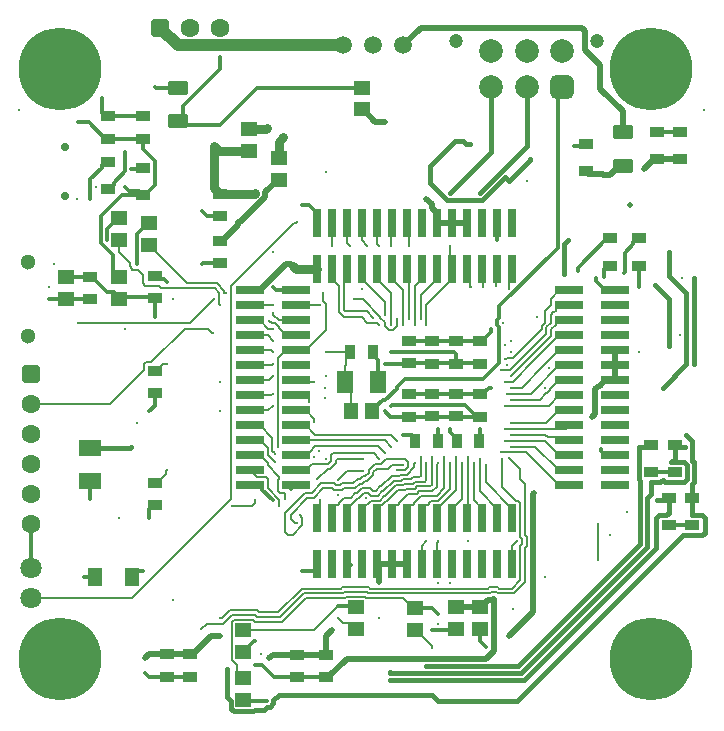
<source format=gbl>
G04*
G04 #@! TF.GenerationSoftware,Altium Limited,Altium Designer,23.11.1 (41)*
G04*
G04 Layer_Physical_Order=4*
G04 Layer_Color=16711680*
%FSLAX44Y44*%
%MOMM*%
G71*
G04*
G04 #@! TF.SameCoordinates,47BC51C5-C70F-4843-9F8A-4785544E9BB8*
G04*
G04*
G04 #@! TF.FilePolarity,Positive*
G04*
G01*
G75*
%ADD15C,0.2000*%
%ADD17R,1.3000X0.9000*%
%ADD18R,0.9000X1.3000*%
%ADD19C,2.0000*%
%ADD20R,1.3500X1.1500*%
%ADD75C,0.3000*%
%ADD76C,0.3810*%
%ADD77C,0.5000*%
%ADD78C,0.8000*%
G04:AMPARAMS|DCode=79|XSize=2mm|YSize=2mm|CornerRadius=0.5mm|HoleSize=0mm|Usage=FLASHONLY|Rotation=90.000|XOffset=0mm|YOffset=0mm|HoleType=Round|Shape=RoundedRectangle|*
%AMROUNDEDRECTD79*
21,1,2.0000,1.0000,0,0,90.0*
21,1,1.0000,2.0000,0,0,90.0*
1,1,1.0000,0.5000,0.5000*
1,1,1.0000,0.5000,-0.5000*
1,1,1.0000,-0.5000,-0.5000*
1,1,1.0000,-0.5000,0.5000*
%
%ADD79ROUNDEDRECTD79*%
%ADD80C,1.2000*%
%ADD81C,7.0000*%
%ADD82C,0.7000*%
%ADD83C,1.5000*%
%ADD84C,1.6000*%
G04:AMPARAMS|DCode=85|XSize=1.6mm|YSize=1.6mm|CornerRadius=0.4mm|HoleSize=0mm|Usage=FLASHONLY|Rotation=0.000|XOffset=0mm|YOffset=0mm|HoleType=Round|Shape=RoundedRectangle|*
%AMROUNDEDRECTD85*
21,1,1.6000,0.8000,0,0,0.0*
21,1,0.8000,1.6000,0,0,0.0*
1,1,0.8000,0.4000,-0.4000*
1,1,0.8000,-0.4000,-0.4000*
1,1,0.8000,-0.4000,0.4000*
1,1,0.8000,0.4000,0.4000*
%
%ADD85ROUNDEDRECTD85*%
G04:AMPARAMS|DCode=86|XSize=1.6mm|YSize=1.6mm|CornerRadius=0.4mm|HoleSize=0mm|Usage=FLASHONLY|Rotation=270.000|XOffset=0mm|YOffset=0mm|HoleType=Round|Shape=RoundedRectangle|*
%AMROUNDEDRECTD86*
21,1,1.6000,0.8000,0,0,270.0*
21,1,0.8000,1.6000,0,0,270.0*
1,1,0.8000,-0.4000,-0.4000*
1,1,0.8000,-0.4000,0.4000*
1,1,0.8000,0.4000,0.4000*
1,1,0.8000,0.4000,-0.4000*
%
%ADD86ROUNDEDRECTD86*%
%ADD87C,1.3000*%
%ADD88C,1.8000*%
%ADD89C,0.3000*%
%ADD90C,0.5000*%
%ADD91R,1.2000X1.6000*%
%ADD92R,1.1500X1.3500*%
%ADD93R,1.4000X1.9500*%
%ADD94R,1.9500X1.4000*%
%ADD95R,0.7500X2.4000*%
%ADD96R,2.4000X0.7500*%
G04:AMPARAMS|DCode=97|XSize=1.75mm|YSize=1.25mm|CornerRadius=0.3125mm|HoleSize=0mm|Usage=FLASHONLY|Rotation=180.000|XOffset=0mm|YOffset=0mm|HoleType=Round|Shape=RoundedRectangle|*
%AMROUNDEDRECTD97*
21,1,1.7500,0.6250,0,0,180.0*
21,1,1.1250,1.2500,0,0,180.0*
1,1,0.6250,-0.5625,0.3125*
1,1,0.6250,0.5625,0.3125*
1,1,0.6250,0.5625,-0.3125*
1,1,0.6250,-0.5625,-0.3125*
%
%ADD97ROUNDEDRECTD97*%
%ADD98C,1.0000*%
D15*
X429800Y364392D02*
Y377750D01*
X432550Y380500D01*
X429469Y364061D02*
X429800Y364392D01*
X429469Y363790D02*
Y364061D01*
X407701Y375551D02*
X409900Y377750D01*
X407701Y364993D02*
Y375551D01*
X397200Y365564D02*
Y377750D01*
Y365564D02*
X397501Y365263D01*
X394450Y380500D02*
X397200Y377750D01*
X397501Y364993D02*
Y365263D01*
X305000Y340000D02*
X310000Y335000D01*
X249500Y273650D02*
X257750D01*
Y260950D02*
X264944Y253756D01*
Y251671D02*
Y253756D01*
X257750Y273650D02*
X260500Y270900D01*
X264944Y251671D02*
X265136Y251480D01*
X260500Y268382D02*
Y270900D01*
Y268382D02*
X260682Y268200D01*
X443300Y155221D02*
Y198799D01*
X439300Y202799D02*
Y210700D01*
Y202799D02*
X443300Y198799D01*
X249809Y419809D02*
X250000Y420000D01*
X194500Y366543D02*
X247766Y419809D01*
X249809D01*
X292850Y402421D02*
X295000Y400271D01*
X292850Y402421D02*
Y419500D01*
X280000Y400000D02*
Y419350D01*
X295000Y400000D02*
Y400271D01*
X443300Y144779D02*
X445000Y146479D01*
X437543Y184500D02*
X439300Y182743D01*
X433699Y106000D02*
X443300Y115601D01*
Y144779D01*
X439300Y153564D02*
Y182743D01*
X445000Y146479D02*
Y153521D01*
X443300Y155221D02*
X445000Y153521D01*
X443929Y225771D02*
X472250Y197450D01*
X298310Y355000D02*
X305864D01*
X184364Y353000D02*
X184500Y353136D01*
X184364Y350907D02*
X185000Y350271D01*
X184500Y353136D02*
Y360500D01*
X160000Y335000D02*
X180000Y355000D01*
X188500Y360000D02*
X190000D01*
X188500D02*
Y362157D01*
X184364Y350907D02*
Y353000D01*
X185000Y350000D02*
Y350271D01*
X182252Y368405D02*
X188500Y362157D01*
X249650Y350000D02*
X270000D01*
X272500Y353864D02*
X275000Y351364D01*
X272500Y353864D02*
Y360000D01*
X305864Y355000D02*
X320500Y340364D01*
X422960Y294804D02*
X430806D01*
X461500Y325498D01*
X431665Y230271D02*
X452129D01*
X472250Y210150D01*
X423462Y225771D02*
X443929D01*
X423796Y196204D02*
Y219364D01*
Y196204D02*
X435500Y184500D01*
X410000Y200300D02*
Y214472D01*
X439300Y210700D02*
Y211127D01*
X429932Y220495D02*
X439300Y211127D01*
X254803Y163439D02*
Y169926D01*
X252524Y172205D02*
Y172476D01*
Y172205D02*
X254803Y169926D01*
X174729Y330000D02*
X178551Y326178D01*
X178822D01*
X155125Y330000D02*
X174729D01*
X335000Y332136D02*
Y338500D01*
X325000Y341364D02*
Y352800D01*
X320500Y339364D02*
Y340364D01*
X330000Y333500D02*
Y360500D01*
X291172Y345000D02*
X309500D01*
X320500Y339364D02*
X324500Y335364D01*
X309500Y345000D02*
X315000Y339500D01*
X318250Y372250D02*
X330000Y360500D01*
X305550Y372250D02*
X325000Y352800D01*
X290000Y346172D02*
X291172Y345000D01*
X318328Y335000D02*
X319828Y333500D01*
X310000Y335000D02*
X318328D01*
X286000Y344515D02*
X290515Y340000D01*
X290100Y354800D02*
Y377750D01*
X324500Y332636D02*
X328136Y329000D01*
X280150Y372250D02*
X286000Y366400D01*
X290000Y354700D02*
X290100Y354800D01*
X324500Y332636D02*
Y335364D01*
X290000Y346172D02*
Y354700D01*
X286000Y344515D02*
Y366400D01*
X319828Y333500D02*
X320000D01*
X331864Y329000D02*
X335000Y332136D01*
X328136Y329000D02*
X331864D01*
X340000Y333500D02*
Y363200D01*
X345000Y338500D02*
Y379150D01*
X350000Y333500D02*
Y365900D01*
X360000Y350500D02*
X381750Y372250D01*
X330950D02*
X340000Y363200D01*
X360000Y333500D02*
Y350500D01*
X355000Y338500D02*
Y358200D01*
X426936Y304612D02*
X427841Y305517D01*
X433529D01*
X426665Y304612D02*
X426936D01*
X420124Y106000D02*
X433699D01*
X419124Y107000D02*
X420124Y106000D01*
X412910Y111000D02*
X420780D01*
X421781Y110000D02*
X432043D01*
X420780Y111000D02*
X421781Y110000D01*
X414567Y107000D02*
X419124D01*
X275000Y329000D02*
Y351364D01*
Y310000D02*
X295500D01*
X227416Y221220D02*
X227755D01*
X231475Y217500D01*
X225500Y223136D02*
X227416Y221220D01*
X310908Y210201D02*
X316207Y215500D01*
X310908Y207855D02*
Y210201D01*
X314908Y208544D02*
X317864Y211500D01*
X327047D01*
X314908Y206198D02*
Y208544D01*
X292719Y209719D02*
X306408D01*
X309928Y201219D02*
X314908Y206198D01*
X308272Y205219D02*
X310908Y207855D01*
X266000Y240000D02*
X330000D01*
X265764Y230864D02*
X319136D01*
X249500Y235550D02*
X324450D01*
X280864Y224500D02*
X315500D01*
X285000Y220000D02*
X306495D01*
X279500Y223136D02*
X280864Y224500D01*
X305167Y198803D02*
X307583Y201219D01*
X305926Y205219D02*
X308272D01*
X301862Y202803D02*
X303510D01*
X307583Y201219D02*
X309928D01*
X303510Y202803D02*
X305926Y205219D01*
X298059Y199000D02*
X301862Y202803D01*
X225500Y195150D02*
X235303Y185347D01*
X248415Y165495D02*
X250112D01*
X250303Y165303D01*
X245000Y168910D02*
X248415Y165495D01*
X245000Y168910D02*
Y172699D01*
X235303Y180303D02*
Y185347D01*
X214452Y184809D02*
X214643Y185000D01*
X214452Y182480D02*
Y184809D01*
X246864Y155500D02*
X254803Y163439D01*
X195053Y179947D02*
X211918D01*
X214452Y182480D01*
X505126Y164620D02*
X505253Y164747D01*
X505126Y134270D02*
Y164620D01*
X411911Y110000D02*
X412910Y111000D01*
X312306Y110000D02*
X411911D01*
X413567Y106000D02*
X414567Y107000D01*
X310650Y106000D02*
X413567D01*
X505000Y134144D02*
X505126Y134270D01*
X426665Y285007D02*
X433029D01*
X431665Y280007D02*
X440507D01*
X448207Y275007D02*
X472250Y299050D01*
X431665Y270007D02*
X455907D01*
X428165Y275007D02*
X448207D01*
X458918Y298446D02*
X461554Y301082D01*
X461582D02*
X472250Y311750D01*
X461554Y301082D02*
X461582D01*
X451360Y303560D02*
X472250Y324450D01*
X419069Y365931D02*
Y379719D01*
X419850Y380500D01*
X458918Y298418D02*
Y298446D01*
X433029Y285007D02*
X451360Y303338D01*
X440507Y280007D02*
X458918Y298418D01*
X451360Y303338D02*
Y303560D01*
X457500Y329488D02*
Y332756D01*
X433529Y305517D02*
X457500Y329488D01*
X431665Y290007D02*
X465500Y323841D01*
X407150Y380500D02*
X409900Y377750D01*
X239834Y185618D02*
Y190166D01*
X460000Y335256D02*
Y345000D01*
X465000Y341643D02*
X467257Y343900D01*
X460000Y345000D02*
X465000Y350000D01*
Y334599D02*
Y341643D01*
X173957Y80000D02*
X187600D01*
X169478Y75522D02*
X173957Y80000D01*
X139809Y207309D02*
Y209809D01*
X140000Y210000D01*
X132000Y199500D02*
X139809Y207309D01*
X180595Y364405D02*
X184500Y360500D01*
X194500Y185757D02*
Y366543D01*
X127125Y302000D02*
X155125Y330000D01*
X249500Y349850D02*
X249650Y350000D01*
X279500Y218136D02*
Y223136D01*
X283500Y216479D02*
Y218500D01*
X278521Y211500D02*
X283500Y216479D01*
Y218500D02*
X285000Y220000D01*
X276500Y211500D02*
X278521D01*
X263100Y215500D02*
X276864D01*
X279500Y218136D01*
X267500Y202500D02*
X276500Y211500D01*
X257750Y210150D02*
X263100Y215500D01*
X260951Y226051D02*
X265764Y230864D01*
X315500Y224500D02*
X320000Y220000D01*
X319136Y230864D02*
X325000Y225000D01*
X231821Y334543D02*
X235182Y331182D01*
X226479Y336980D02*
X226750D01*
X229186Y334543D02*
X231821D01*
X226750Y336980D02*
X229186Y334543D01*
X230296Y341725D02*
X234871Y337150D01*
X230296Y341725D02*
Y342952D01*
X230105Y343143D02*
X230296Y342952D01*
X229814Y329722D02*
X230005Y329531D01*
X226178Y329722D02*
X229814D01*
X218750Y337150D02*
X226178Y329722D01*
X235182Y330518D02*
Y331182D01*
Y330518D02*
X241250Y324450D01*
X249500D01*
X234871Y337150D02*
X249500D01*
X210500D02*
X218750D01*
X210500Y324450D02*
X225550D01*
X230000Y320000D01*
X292850Y177750D02*
X302100Y187000D01*
X305176Y194803D02*
X312218D01*
X305550Y177750D02*
X309603Y181803D01*
X310561D01*
X314521Y192500D02*
X316987D01*
X299716Y195000D02*
X303519Y198803D01*
X310561Y181803D02*
X313257Y184500D01*
X310561Y190803D02*
X312864Y188500D01*
X303519Y198803D02*
X305167D01*
X313257Y184500D02*
X320301D01*
X299678Y191000D02*
X301373D01*
X305176Y194803D01*
X290021Y195000D02*
X299716D01*
X306833Y190803D02*
X310561D01*
X302100Y187000D02*
X303029D01*
X312864Y188500D02*
X318644D01*
X288364Y199000D02*
X298059D01*
X312218Y194803D02*
X314521Y192500D01*
X303029Y187000D02*
X306833Y190803D01*
X121882Y366595D02*
X133405D01*
X135595Y364405D02*
X180595D01*
X133405Y366595D02*
X135595Y364405D01*
X225500Y195150D02*
Y202443D01*
X432550Y146050D02*
X436500Y150000D01*
X432550Y130500D02*
Y146050D01*
X439300Y153564D02*
X441000Y151864D01*
Y148136D02*
Y151864D01*
X439300Y117257D02*
Y146436D01*
X441000Y148136D01*
X350000Y75000D02*
X351000D01*
X364809Y61191D01*
Y60191D02*
Y61191D01*
Y60191D02*
X365000Y60000D01*
X289500Y80500D02*
X295250D01*
X300000Y75750D01*
X285000Y85000D02*
X289500Y80500D01*
X461864Y275500D02*
X464500Y278136D01*
Y278600D01*
X455907Y270007D02*
X461400Y275500D01*
X464500Y278600D02*
X472250Y286350D01*
X461400Y275500D02*
X461864D01*
X410000Y200300D02*
X432550Y177750D01*
X405000Y192600D02*
X419850Y177750D01*
X229500Y226564D02*
Y237500D01*
X231475Y224318D02*
Y224589D01*
X229500Y226564D02*
X231475Y224589D01*
X225500Y223136D02*
Y223843D01*
X218750Y248250D02*
X229500Y237500D01*
X225500Y223843D02*
Y228800D01*
X218750Y235550D02*
X225500Y228800D01*
X210500Y248250D02*
X218750D01*
X234500Y229997D02*
Y305000D01*
X210500Y235550D02*
X218750D01*
X225500Y214500D02*
Y216100D01*
X218750Y222850D02*
X225500Y216100D01*
X210500Y222850D02*
X218750D01*
X226350Y286350D02*
X230000Y290000D01*
X241250Y311750D02*
X249500D01*
X210500Y286350D02*
X226350D01*
X234500Y305000D02*
X241250Y311750D01*
X229729Y275000D02*
X230000D01*
X228379Y273650D02*
X229729Y275000D01*
X210500Y273650D02*
X228379D01*
X111043Y102300D02*
X194500Y185757D01*
X257750Y311750D02*
X275000Y329000D01*
X249500Y311750D02*
X257750D01*
X157345Y368405D02*
X182252D01*
X125000Y400750D02*
X157345Y368405D01*
X119595Y368882D02*
X121882Y366595D01*
X119595Y368882D02*
Y375405D01*
X112761Y379595D02*
X115405D01*
X119595Y375405D01*
X110000Y381772D02*
Y382356D01*
X109345Y383011D02*
X110000Y382356D01*
X109345Y383011D02*
Y385655D01*
X110530Y380000D02*
X112356D01*
X110530D02*
Y381242D01*
X112356Y380000D02*
X112761Y379595D01*
X100000Y395000D02*
X109345Y385655D01*
X100000Y395000D02*
Y405000D01*
X110000Y381772D02*
X110530Y381242D01*
X65000Y335000D02*
X160000D01*
X195250Y81993D02*
X197007Y83750D01*
X195250Y49507D02*
Y81993D01*
Y49507D02*
X199250Y45507D01*
X91725Y266600D02*
X120500Y295375D01*
Y300243D01*
X122257Y302000D01*
X127125D01*
X25000Y266600D02*
X91725D01*
X380000Y382250D02*
Y400000D01*
Y382250D02*
X381750Y380500D01*
X25000Y102300D02*
X111043D01*
X225950Y260950D02*
X230000Y265000D01*
X405000Y192600D02*
Y219472D01*
X254243Y110000D02*
X260000D01*
X234243Y90000D02*
X254243Y110000D01*
X260000D02*
X287694D01*
X257556Y102000D02*
X291007D01*
X255900Y106000D02*
X289351D01*
X291007Y102000D02*
X292007Y103000D01*
X290350Y107000D02*
X309650D01*
X307993Y103000D02*
X308993Y102000D01*
X309650Y107000D02*
X310650Y106000D01*
X235900Y86000D02*
X255900Y106000D01*
X289351D02*
X290350Y107000D01*
X237556Y82000D02*
X257556Y102000D01*
X311306Y111000D02*
X312306Y110000D01*
X288694Y111000D02*
X311306D01*
X287694Y110000D02*
X288694Y111000D01*
X292007Y103000D02*
X307993D01*
X340500Y102000D02*
X349000Y93500D01*
X308993Y102000D02*
X340500D01*
X432043Y110000D02*
X439300Y117257D01*
X187600Y80000D02*
X195350Y87750D01*
X214650D02*
X216399Y86000D01*
X216306Y91750D02*
X218056Y90000D01*
X186944Y85000D02*
X193694Y91750D01*
X212993Y83750D02*
X214743Y82000D01*
X195350Y87750D02*
X214650D01*
X214743Y82000D02*
X237556D01*
X435500Y184500D02*
X437543D01*
X185000Y85000D02*
X186944D01*
X218056Y90000D02*
X234243D01*
X197007Y83750D02*
X212993D01*
X216399Y86000D02*
X235900D01*
X193694Y91750D02*
X216306D01*
X199250Y39000D02*
Y45507D01*
Y39000D02*
X204000Y34250D01*
X349000Y93500D02*
X350000D01*
X204000Y34250D02*
X205000D01*
X265000Y75000D02*
X285000Y95000D01*
X205000Y75000D02*
X265000D01*
X249500Y286350D02*
X250850Y285000D01*
X265000D01*
X291000D02*
X295750Y280250D01*
Y260000D02*
Y280250D01*
X292000Y299625D02*
Y306500D01*
X291000Y285000D02*
Y298625D01*
X292000Y306500D02*
X295500Y310000D01*
X291000Y298625D02*
X292000Y299625D01*
X139809Y299809D02*
X140000Y300000D01*
X130000Y294500D02*
X132000D01*
X137309Y299809D01*
X139809D01*
X130000Y199500D02*
X132000D01*
X330000Y240000D02*
X335000Y235000D01*
X324450Y235550D02*
X330000Y230000D01*
X285000Y202000D02*
X292719Y209719D01*
X316207Y215500D02*
X321864D01*
X327047Y211500D02*
X330547Y215000D01*
X321864Y215500D02*
X325864Y219500D01*
X330547Y215000D02*
X340000D01*
X325864Y219500D02*
X341864D01*
X271043Y199000D02*
X281636D01*
X288521Y193500D02*
X290021Y195000D01*
X286864Y197500D02*
X288364Y199000D01*
X283136Y197500D02*
X286864D01*
X281636Y199000D02*
X283136Y197500D01*
X279979Y195000D02*
X281479Y193500D01*
X272699Y195000D02*
X279979D01*
X281479Y193500D02*
X288521D01*
X267450Y169500D02*
X270000Y172050D01*
Y185000D01*
X216450Y204200D02*
X223743D01*
X210500Y210150D02*
X216450Y204200D01*
X223743D02*
X225500Y202443D01*
X259001Y186700D02*
X264399D01*
X272699Y195000D01*
X245000Y172699D02*
X259001Y186700D01*
X236257Y190700D02*
X239300D01*
X239834Y190166D01*
X234500Y192457D02*
X236257Y190700D01*
X234500Y192457D02*
Y202443D01*
X225500Y214500D02*
X234500Y205500D01*
Y205157D02*
Y205500D01*
Y205157D02*
X235000Y204657D01*
Y202943D02*
Y204657D01*
X234500Y202443D02*
X235000Y202943D01*
X249500Y260950D02*
X257750D01*
X350387Y200500D02*
X358828D01*
X348387Y198500D02*
X350387Y200500D01*
X352044Y196500D02*
X363223D01*
X350044Y194500D02*
X352044Y196500D01*
X353700Y192500D02*
X364880D01*
X351701Y190500D02*
X353700Y192500D01*
X343521Y206500D02*
X349809Y212788D01*
Y216309D01*
X350000Y216500D01*
X240500Y158136D02*
Y173856D01*
X257344Y190700D01*
X262743D02*
X271043Y199000D01*
X335771Y210500D02*
X341864D01*
X335462Y210191D02*
X335771Y210500D01*
X348730Y204500D02*
X353828D01*
X346730Y202500D02*
X348730Y204500D01*
X340344Y197500D02*
X341344Y198500D01*
X339687Y202500D02*
X346730D01*
X295678Y187000D02*
X299678Y191000D01*
X335271Y210191D02*
X335462D01*
X342001Y193500D02*
X343001Y194500D01*
X350044D01*
X344658Y190500D02*
X351701D01*
X341344Y198500D02*
X348387D01*
X257344Y190700D02*
X262743D01*
X337864Y206500D02*
X343521D01*
X344500Y213136D02*
Y216864D01*
X240500Y158136D02*
X243136Y155500D01*
X338687Y201500D02*
X339687Y202500D01*
X341864Y219500D02*
X344500Y216864D01*
X336900Y182743D02*
X344658Y190500D01*
X341864Y210500D02*
X344500Y213136D01*
X243136Y155500D02*
X246864D01*
X336864Y205500D02*
X337864Y206500D01*
X210500Y260950D02*
X225950D01*
X210500Y299050D02*
X228779D01*
X229729Y300000D01*
X230000D01*
X228250Y311750D02*
X230000Y310000D01*
X210500Y311750D02*
X228250D01*
X210650Y350000D02*
X230000D01*
X210500Y349850D02*
X210650Y350000D01*
X305000Y405000D02*
X310000Y400000D01*
X305000Y405000D02*
Y418950D01*
X305550Y419500D01*
X343650D02*
X345000Y418150D01*
Y400000D02*
Y418150D01*
X330000Y418550D02*
X330950Y419500D01*
X330000Y400000D02*
Y418550D01*
X280000Y419350D02*
X280150Y419500D01*
X318250Y402021D02*
X320000Y400271D01*
Y400000D02*
Y400271D01*
X318250Y402021D02*
Y419500D01*
X290515Y340000D02*
X305000D01*
X280150Y372250D02*
Y380500D01*
X290100Y377750D02*
X292850Y380500D01*
X305550Y372250D02*
Y380500D01*
X318250Y372250D02*
Y380500D01*
X330950Y372250D02*
Y380500D01*
X343650D02*
X345000Y379150D01*
X356350Y372250D02*
Y380500D01*
X350000Y365900D02*
X356350Y372250D01*
X355000Y358200D02*
X369050Y372250D01*
Y380500D01*
X381750Y372250D02*
Y380500D01*
X257750Y222850D02*
X260951Y226050D01*
Y226051D01*
X369050Y148779D02*
X370000Y149729D01*
X369050Y130500D02*
Y148779D01*
X370000Y149729D02*
Y150000D01*
X356350Y130500D02*
Y146350D01*
X360000Y150000D01*
X286100Y182743D02*
X290357Y187000D01*
X295678D01*
X249500Y222850D02*
X257750D01*
Y248250D02*
X266000Y240000D01*
X324814Y188500D02*
X333814Y197500D01*
X321500Y196500D02*
X330500Y205500D01*
X335471Y193500D02*
X342001D01*
X326470Y184500D02*
X335471Y193500D01*
X330500Y205500D02*
X336864D01*
X333814Y197500D02*
X340344D01*
X332157Y201500D02*
X338687D01*
X323157Y192500D02*
X332157Y201500D01*
X249500Y210150D02*
X257750D01*
X249500Y248250D02*
X257750D01*
X324300Y188500D02*
X324814D01*
X318644D02*
X322644Y192500D01*
X320301Y184500D02*
X324300Y188500D01*
X325957Y184500D02*
X326470D01*
X321957Y180500D02*
X325957Y184500D01*
X316987Y192500D02*
X320987Y196500D01*
X321500D01*
X321000Y180500D02*
X321957D01*
X322644Y192500D02*
X323157D01*
X286100Y181672D02*
Y182743D01*
X284928Y180500D02*
X286100Y181672D01*
X282900Y180500D02*
X284928D01*
X280150Y177750D02*
X282900Y180500D01*
X280150Y169500D02*
Y177750D01*
X292850Y169500D02*
Y177750D01*
X353828Y204500D02*
X355000Y205672D01*
Y221500D01*
X358828Y200500D02*
X360000Y201672D01*
X305550Y169500D02*
Y177750D01*
X360000Y201672D02*
Y216500D01*
X333700Y180500D02*
X335728D01*
X336900Y181672D01*
Y182743D01*
X330950Y177750D02*
X333700Y180500D01*
X318250Y177750D02*
X321000Y180500D01*
X318250Y169500D02*
Y177750D01*
X364500Y197777D02*
Y220729D01*
X363223Y196500D02*
X364500Y197777D01*
X330950Y169500D02*
Y177750D01*
X368500Y196120D02*
Y214729D01*
X364880Y192500D02*
X368500Y196120D01*
X343650Y177750D02*
X346400Y180500D01*
X348428D02*
X349600Y181672D01*
Y182743D02*
X355357Y188500D01*
X368486D01*
X349600Y181672D02*
Y182743D01*
X346400Y180500D02*
X348428D01*
X368486Y188500D02*
X375000Y195014D01*
X343650Y169500D02*
Y177750D01*
X375000Y195014D02*
Y221500D01*
X356350Y177750D02*
X359100Y180500D01*
X380000Y194357D02*
Y216500D01*
X364057Y184500D02*
X370143D01*
X361128Y180500D02*
X362300Y181672D01*
Y182743D01*
X359100Y180500D02*
X361128D01*
X370143Y184500D02*
X380000Y194357D01*
X362300Y182743D02*
X364057Y184500D01*
X356350Y169500D02*
Y177750D01*
X365000Y221229D02*
Y221500D01*
X368500Y214729D02*
X370000Y216229D01*
Y216500D01*
X364500Y220729D02*
X365000Y221229D01*
X369050Y177750D02*
X385000Y193700D01*
X369050Y169500D02*
Y177750D01*
X385000Y193700D02*
Y221500D01*
X381750Y169500D02*
Y177750D01*
X390000Y186000D01*
Y216500D01*
X394450Y169500D02*
X395000Y170050D01*
Y221500D01*
X400000Y184900D02*
X407150Y177750D01*
Y169500D02*
Y177750D01*
X400000Y184900D02*
Y216500D01*
X419850Y169500D02*
Y177750D01*
X432550Y169500D02*
Y177750D01*
X465000Y355300D02*
X472250Y362550D01*
X465000Y350000D02*
Y355300D01*
X461500Y327831D02*
Y331100D01*
X465000Y334599D01*
X461500Y325498D02*
Y327831D01*
X465500Y326174D02*
Y329443D01*
X469500Y333443D01*
X465500Y323841D02*
Y326174D01*
X469500Y333443D02*
Y334400D01*
X457500Y332756D02*
X460000Y335256D01*
X472250Y362550D02*
X480500D01*
X468328Y343900D02*
X469500Y345072D01*
Y347100D01*
X467257Y343900D02*
X468328D01*
X469500Y347100D02*
X472250Y349850D01*
X480500D01*
X469500Y334400D02*
X472250Y337150D01*
X480500D01*
X472250Y324450D02*
X480500D01*
X472250Y311750D02*
X480500D01*
X472250Y299050D02*
X480500D01*
X472250Y286350D02*
X480500D01*
X472250Y273650D02*
X480500D01*
X463607Y265007D02*
X472250Y273650D01*
X426665Y265007D02*
X463607D01*
X431665Y250007D02*
X461307D01*
X472250Y260950D02*
X480500D01*
X461307Y250007D02*
X472250Y260950D01*
X426665Y245007D02*
X426936D01*
X477750Y245500D02*
X480500Y248250D01*
X427429Y245500D02*
X477750D01*
X426936Y245007D02*
X427429Y245500D01*
X462457Y238300D02*
X477750D01*
X460750Y240007D02*
X462457Y238300D01*
X431665Y240007D02*
X460750D01*
X477750Y238300D02*
X480500Y235550D01*
X426665Y235007D02*
X460093D01*
X472250Y222850D01*
X480500D01*
X472250Y210150D02*
X480500D01*
X472250Y197450D02*
X480500D01*
D17*
X540000Y383500D02*
D03*
Y406500D02*
D03*
X515000Y383500D02*
D03*
Y406500D02*
D03*
X565000Y163500D02*
D03*
Y186500D02*
D03*
X570000Y208500D02*
D03*
Y231500D02*
D03*
X585000Y186500D02*
D03*
Y163500D02*
D03*
X550000Y231500D02*
D03*
Y208500D02*
D03*
X130000Y275500D02*
D03*
Y294500D02*
D03*
Y180500D02*
D03*
Y199500D02*
D03*
X385000Y256000D02*
D03*
Y275000D02*
D03*
X405000Y255500D02*
D03*
Y274500D02*
D03*
X365000Y256000D02*
D03*
Y275000D02*
D03*
X345000Y255500D02*
D03*
Y274500D02*
D03*
Y301000D02*
D03*
Y320000D02*
D03*
X405000Y300500D02*
D03*
Y319500D02*
D03*
X365000Y300500D02*
D03*
Y319500D02*
D03*
X385000Y300500D02*
D03*
Y319500D02*
D03*
X250000Y35000D02*
D03*
Y54000D02*
D03*
X275000Y35000D02*
D03*
Y54000D02*
D03*
X160000Y35500D02*
D03*
Y54500D02*
D03*
X140000Y35500D02*
D03*
Y54500D02*
D03*
X75000Y374000D02*
D03*
Y355000D02*
D03*
X130000Y356000D02*
D03*
Y375000D02*
D03*
X90000Y510000D02*
D03*
Y491000D02*
D03*
Y471500D02*
D03*
Y448500D02*
D03*
X120000Y466500D02*
D03*
Y443500D02*
D03*
Y510000D02*
D03*
Y491000D02*
D03*
X185000Y444500D02*
D03*
Y425500D02*
D03*
Y385500D02*
D03*
Y404500D02*
D03*
X555000Y473500D02*
D03*
Y496500D02*
D03*
X575000Y473500D02*
D03*
Y496500D02*
D03*
X495000Y463250D02*
D03*
Y486250D02*
D03*
D18*
X385650Y235000D02*
D03*
X404650D02*
D03*
X350650D02*
D03*
X369650D02*
D03*
X295500Y310000D02*
D03*
X314500D02*
D03*
D19*
X415000Y535000D02*
D03*
X445000D02*
D03*
X415000Y565000D02*
D03*
X445000D02*
D03*
X475000D02*
D03*
D20*
X385000Y94250D02*
D03*
Y75750D02*
D03*
X205000Y56500D02*
D03*
Y75000D02*
D03*
Y15750D02*
D03*
Y34250D02*
D03*
X350000Y93500D02*
D03*
Y75000D02*
D03*
X300000Y94250D02*
D03*
Y75750D02*
D03*
X405000Y94250D02*
D03*
Y75750D02*
D03*
X55000Y373500D02*
D03*
Y355000D02*
D03*
X99875Y355375D02*
D03*
Y373875D02*
D03*
X210000Y480750D02*
D03*
Y499250D02*
D03*
X305000Y534250D02*
D03*
Y515750D02*
D03*
X235000Y455750D02*
D03*
Y474250D02*
D03*
X125000Y400750D02*
D03*
Y419250D02*
D03*
X100000Y405000D02*
D03*
Y423500D02*
D03*
D75*
X344000Y300000D02*
X345000Y301000D01*
X325000Y300000D02*
X344000D01*
X345000Y301000D02*
X365000D01*
X385000D01*
X503731Y370069D02*
X511250Y362550D01*
X503731Y370069D02*
Y373135D01*
X488245Y378629D02*
Y381745D01*
X513000Y406500D01*
X527138Y377456D02*
X527957Y378275D01*
Y394457D01*
X385000Y301000D02*
X404500D01*
X385000D02*
Y308243D01*
Y300500D02*
Y301000D01*
X383243Y310000D02*
X385000Y308243D01*
X330000Y310000D02*
X383243D01*
X330000Y265000D02*
X330500Y265500D01*
X393000D01*
X403000Y255500D01*
X387500D02*
X403000D01*
X405000D01*
X345000D02*
X385000D01*
X511250Y362550D02*
X519500D01*
X509896Y373835D02*
X510000Y373939D01*
Y380500D01*
X513000Y383500D01*
X421665Y338736D02*
Y348915D01*
X420000Y337071D02*
X421665Y338736D01*
Y301215D02*
Y331264D01*
X420000Y332929D02*
X421665Y331264D01*
X420000Y332929D02*
Y337071D01*
X152809Y502941D02*
X184970D01*
X216279Y534250D01*
X305000D01*
X130000Y340000D02*
Y356000D01*
X128750Y357250D02*
X130000Y356000D01*
X215200Y45000D02*
X220650D01*
X230000Y365000D02*
X232450Y362550D01*
X267450Y127250D02*
Y130500D01*
X255000Y125000D02*
X265200D01*
X267450Y127250D01*
X350000Y93500D02*
X364859D01*
X370000Y88359D01*
X507500Y226600D02*
Y227803D01*
X511250Y222850D02*
X519500D01*
X507500Y226600D02*
X511250Y222850D01*
X405000Y65250D02*
X410000Y60250D01*
X407950Y287500D02*
X421665Y301215D01*
X419850Y419500D02*
X420000Y419350D01*
X421665Y348915D02*
X470963Y398213D01*
X420000Y405000D02*
Y419350D01*
X405000Y319500D02*
X407000D01*
X415000Y327500D01*
Y330000D01*
X140000Y35500D02*
X160000D01*
X125150D02*
X140000D01*
X115000Y125000D02*
X120000D01*
X110500Y120500D02*
X115000Y125000D01*
X110500Y120000D02*
Y120500D01*
X125000Y177500D02*
X128000Y180500D01*
X125000Y170000D02*
Y177500D01*
X128000Y180500D02*
X130000D01*
X125000Y260000D02*
X130000Y265000D01*
X380000Y242650D02*
X385650Y237000D01*
X380000Y242650D02*
Y245000D01*
X385650Y235000D02*
Y237000D01*
X347650Y240000D02*
X350650Y237000D01*
X340000Y240000D02*
X347650D01*
X350650Y235000D02*
Y237000D01*
X75000Y186005D02*
X75292Y185713D01*
X75000Y186005D02*
Y201000D01*
X232450Y362550D02*
X249500D01*
X260200Y435000D02*
X267450Y427750D01*
Y419500D02*
Y427750D01*
X255000Y435000D02*
X260200D01*
X565000Y496500D02*
X575000D01*
X555000D02*
X565000D01*
X493750Y485000D02*
X495000Y486250D01*
X485000Y485000D02*
X493750D01*
X540000Y365000D02*
Y383500D01*
X513000D02*
X515000D01*
X319000Y300000D02*
Y303500D01*
Y285000D02*
Y300000D01*
X314500Y308000D02*
X319000Y303500D01*
X314500Y308000D02*
Y310000D01*
X404650Y235000D02*
X405000Y235350D01*
Y245000D01*
X369650Y244650D02*
X370000Y245000D01*
X369650Y235000D02*
Y244650D01*
X345000Y274500D02*
X405000D01*
X412500Y280000D02*
X415000D01*
X405000Y274500D02*
X407000D01*
X412500Y280000D01*
X385000Y319500D02*
X405000D01*
X365000D02*
X385000D01*
X345500D02*
X365000D01*
X345000Y320000D02*
X345500Y319500D01*
X560000Y208500D02*
X570000D01*
X550000D02*
X560000D01*
X575000Y163500D02*
X585000D01*
X565000D02*
X575000D01*
X170000Y430000D02*
X174500Y425500D01*
X185000D01*
X170000Y385000D02*
X170500Y385500D01*
X185000D01*
X130000Y375000D02*
X133000Y372000D01*
X138000D01*
X140000Y370000D01*
X118500Y465000D02*
X120000Y466500D01*
X110000Y465000D02*
X118500D01*
X95000Y453500D02*
X105000Y463500D01*
Y480000D01*
X88000Y471500D02*
X90000D01*
X75000Y440059D02*
Y456500D01*
X85000Y468500D02*
X88000Y471500D01*
X85000Y466500D02*
Y468500D01*
X75000Y456500D02*
X85000Y466500D01*
X75000Y440059D02*
X75059Y440000D01*
X88000Y510000D02*
X90000D01*
X85000Y513000D02*
X88000Y510000D01*
X85000Y513000D02*
Y525000D01*
X90000Y510000D02*
X120000D01*
X40000Y355000D02*
X55000D01*
X55000Y355000D01*
X75000D01*
X130000Y265000D02*
Y275500D01*
X221000Y193286D02*
Y195200D01*
X210500Y197450D02*
X218750D01*
X221000Y195200D01*
Y193286D02*
X229643Y184643D01*
X122000Y38650D02*
X125150Y35500D01*
X114750Y385250D02*
X115000Y385000D01*
X114750Y385250D02*
Y410000D01*
X125000Y419250D02*
X126000D01*
X84750Y402800D02*
X94749Y392801D01*
Y380000D02*
Y392801D01*
X470963Y403607D02*
X471500Y404144D01*
Y531500D01*
X470963Y398213D02*
Y403607D01*
X535000Y401500D02*
Y403500D01*
X527957Y394457D02*
X535000Y401500D01*
X538000Y406500D02*
X540000D01*
X535000Y403500D02*
X538000Y406500D01*
X513000D02*
X515000D01*
X405000Y65250D02*
Y75750D01*
X384250Y75000D02*
X385000Y75750D01*
X365000Y75000D02*
X384250D01*
X205750Y15000D02*
X225000D01*
X471500Y531500D02*
X475000Y535000D01*
X342050Y287500D02*
X407950D01*
X335000Y279300D02*
Y280450D01*
X342050Y287500D01*
X325225Y269525D02*
X335000Y279300D01*
X314250Y261000D02*
X322775Y269525D01*
X325225D01*
X314250Y260000D02*
Y261000D01*
X70000Y120000D02*
X79500D01*
X25000Y127700D02*
Y165000D01*
X299250Y95000D02*
X300000Y94250D01*
X285000Y95000D02*
X299250D01*
X325000Y260000D02*
X329500Y255500D01*
X345000D01*
X387000Y256000D02*
X387500Y255500D01*
X385000Y256000D02*
X387000D01*
X404500Y301000D02*
X405000Y300500D01*
X250000Y35000D02*
X275000D01*
X220650Y45000D02*
X230650Y35000D01*
X250000D01*
X205000Y15750D02*
X205750Y15000D01*
X214250Y65750D02*
X214500D01*
X205000Y56500D02*
X214250Y65750D01*
X205000Y56500D02*
X205750Y55750D01*
X102550Y443500D02*
X120000D01*
X84750Y402800D02*
Y425700D01*
X102550Y443500D01*
X94749Y380000D02*
X98999Y375750D01*
X99999D01*
X89750Y405000D02*
Y414250D01*
X99000Y423500D01*
X99999Y357250D02*
X128750D01*
X95749Y361500D02*
X99999Y357250D01*
X75000Y374000D02*
X77000D01*
X89500Y361500D01*
X95749D01*
X74500Y373500D02*
X75000Y374000D01*
X55000Y373500D02*
X74500D01*
X124000Y419250D02*
X125000D01*
X114750Y410000D02*
X124000Y419250D01*
X99000Y423500D02*
X100000D01*
X150000Y505750D02*
X152809Y502941D01*
X154125Y509875D02*
Y518690D01*
X150000Y505750D02*
X154125Y509875D01*
Y518690D02*
X185000Y549565D01*
Y560000D01*
X130750Y534250D02*
X150000D01*
X130000Y535000D02*
X130750Y534250D01*
X92000Y448500D02*
X95000Y451500D01*
Y453500D01*
X90000Y448500D02*
X92000D01*
X117000Y446500D02*
X120000Y443500D01*
X108500Y446500D02*
X117000D01*
X105000Y450000D02*
X108500Y446500D01*
X130000Y451500D02*
Y472450D01*
X122000Y443500D02*
X130000Y451500D01*
X120000Y443500D02*
X122000D01*
X120000Y482000D02*
Y491000D01*
Y482000D02*
X124775Y477225D01*
X125225D01*
X130000Y472450D01*
X90000Y491000D02*
X120000D01*
X88000D02*
X90000D01*
X74000Y505000D02*
X88000Y491000D01*
X65000Y505000D02*
X74000D01*
D76*
X553532Y366869D02*
X565000Y355401D01*
Y315000D02*
Y355401D01*
X572500Y367500D02*
X580000Y360000D01*
X586350Y300000D02*
Y372491D01*
X572500Y367500D02*
X572500D01*
X565000Y375000D02*
X572500Y367500D01*
X586350Y372491D02*
X586537Y372677D01*
X360000Y44063D02*
X437630D01*
X380000Y445000D02*
X415000Y480000D01*
X405000Y445000D02*
X445000Y485000D01*
X363093Y453691D02*
X377593Y439190D01*
X407407D01*
X415000Y480000D02*
Y535000D01*
X393500Y486500D02*
X396500D01*
X75000Y229000D02*
X109000D01*
X110000Y230000D01*
X365000Y20000D02*
X370000Y15000D01*
X329300Y38253D02*
X440036D01*
X560000Y201978D02*
X561883Y200095D01*
X560000Y201978D02*
Y201978D01*
X585000Y186500D02*
Y198761D01*
X546799Y186799D02*
X550095Y190095D01*
X546799Y145015D02*
Y186799D01*
X440036Y38253D02*
X546799Y145015D01*
X550095Y190095D02*
Y200095D01*
X540989Y147422D02*
Y200989D01*
X550095Y200095D02*
X558117D01*
X586215Y199976D02*
Y217024D01*
X566905Y216905D02*
X578117D01*
X580405Y214618D01*
X561883Y200095D02*
X578117D01*
X329300Y38253D02*
Y39012D01*
X558117Y200095D02*
X560000Y201978D01*
X570000Y220000D02*
Y231500D01*
X437630Y44063D02*
X540989Y147422D01*
X566905Y216905D02*
X570000Y220000D01*
X580405Y202383D02*
Y214618D01*
X585000Y218239D02*
Y235000D01*
X578117Y200095D02*
X580405Y202383D01*
X585000Y198761D02*
X586215Y199976D01*
X585000Y218239D02*
X586215Y217024D01*
X436787Y15000D02*
X576883Y155095D01*
X555000Y185000D02*
X563500D01*
X539595Y214618D02*
X540000Y215023D01*
X539595Y202383D02*
Y214618D01*
X540000Y215023D02*
Y230000D01*
X539595Y202383D02*
X540989Y200989D01*
X562768Y171905D02*
X565000Y174137D01*
X556883Y171905D02*
X562768D01*
X442443Y32443D02*
X554595Y144595D01*
X565000Y174137D02*
Y185000D01*
X554595Y169618D02*
X556883Y171905D01*
X554595Y144595D02*
Y169618D01*
X328728Y32443D02*
X442443D01*
X563500Y185000D02*
X565000Y186500D01*
X370000Y15000D02*
X436787D01*
X585000Y171905D02*
Y186500D01*
Y171905D02*
X593117D01*
X595405Y169618D01*
Y157382D02*
Y169618D01*
X593117Y155095D02*
X595405Y157382D01*
X576883Y155095D02*
X593117D01*
X235000Y20000D02*
X365000D01*
X571500Y230000D02*
X579190D01*
X580000Y240000D02*
X585000Y235000D01*
X570000Y231500D02*
X571500Y230000D01*
X548500D02*
X550000Y231500D01*
X540000Y230000D02*
X548500D01*
X580000Y300000D02*
Y360000D01*
X565000Y375000D02*
Y395000D01*
X560000Y280000D02*
X580000Y300000D01*
X476368Y401368D02*
X480000Y405000D01*
X476368Y376279D02*
Y401368D01*
X190769Y18576D02*
Y41976D01*
Y18576D02*
X194345Y15000D01*
Y8382D02*
Y15000D01*
X230405Y15405D02*
X235000Y20000D01*
X227239Y9595D02*
X230405Y12761D01*
X214772Y7500D02*
X222500D01*
X224595Y9595D01*
X230405Y12761D02*
Y15405D01*
X213368Y6095D02*
X214772Y7500D01*
X194345Y8382D02*
X196632Y6095D01*
X213368D01*
X224595Y9595D02*
X227239D01*
X391178Y488822D02*
X393500Y486500D01*
X383822Y488822D02*
X391178D01*
X363093Y468093D02*
X383822Y488822D01*
X430000Y455000D02*
X447694Y472694D01*
Y474147D01*
X363093Y453691D02*
Y468093D01*
X407407Y439190D02*
X426608Y458392D01*
X430000Y455000D01*
X445000Y485000D02*
Y535000D01*
D77*
X450500Y190491D02*
X451305Y191297D01*
X450500Y90500D02*
Y190491D01*
X430000Y70000D02*
X450500Y90500D01*
X245993Y384007D02*
X247053Y382947D01*
X245226Y384774D02*
X245993Y384007D01*
X218750Y362550D02*
X241200Y385000D01*
X241426Y384774D01*
X245226D01*
X275000Y35000D02*
X277000D01*
X292468Y50468D01*
X410000D01*
X416846Y57313D02*
Y101500D01*
X410000Y50468D02*
X416846Y57313D01*
X415845Y100500D02*
X416846Y101500D01*
X412250Y100500D02*
X415845D01*
X385000Y94250D02*
X406000D01*
X412250Y100500D01*
X500000Y255000D02*
X503000Y258000D01*
Y279264D01*
X505636Y281900D01*
X506800D01*
X511250Y286350D01*
X364600Y432200D02*
Y435400D01*
X360000Y440000D02*
X364600Y435400D01*
X369050Y419500D02*
Y427750D01*
X364600Y432200D02*
X369050Y427750D01*
X202021Y420000D02*
X223679Y441658D01*
Y445429D01*
X200000Y420000D02*
X202021D01*
X511250Y286350D02*
X519500D01*
X319500Y116000D02*
Y129250D01*
Y116000D02*
X320000Y115500D01*
X318250Y130500D02*
X319500Y129250D01*
X210500Y362550D02*
X218750D01*
X381750Y419500D02*
X394450D01*
X369050D02*
X381750D01*
X519500Y299050D02*
Y311750D01*
Y286350D02*
Y299050D01*
X330950Y130500D02*
X343650D01*
X318250D02*
X330950D01*
X275000Y70000D02*
X280000Y75000D01*
X275000Y54000D02*
Y70000D01*
X250000Y54000D02*
X275000D01*
X507082Y532918D02*
Y552918D01*
X494190Y565810D02*
Y582071D01*
Y565810D02*
X507082Y552918D01*
X355400Y585000D02*
X491261D01*
X494190Y582071D01*
X526000Y496250D02*
Y514000D01*
X507082Y532918D02*
X526000Y514000D01*
X340400Y570000D02*
X355400Y585000D01*
X140000Y54500D02*
X162000D01*
X177500Y70000D01*
X185000D01*
X122000Y51350D02*
X125150Y54500D01*
X140000D01*
X227000Y51350D02*
X229650Y54000D01*
X250000D01*
X234000Y455750D02*
X235000D01*
X223679Y445429D02*
X234000Y455750D01*
X305000Y515750D02*
X306000D01*
X316750Y505000D01*
X325000D01*
X185000Y404500D02*
X187000D01*
X200000Y417500D01*
Y420000D01*
X508750Y461250D02*
X510000Y460000D01*
X495000Y463250D02*
X497000Y461250D01*
X508750D01*
X515412Y460000D02*
X523162Y467750D01*
X526000D01*
X510000Y460000D02*
X515412D01*
X555000Y473500D02*
X575000D01*
X553000D02*
X555000D01*
X544500Y465000D02*
X553000Y473500D01*
X544500Y464875D02*
Y465000D01*
D78*
X247053Y382947D02*
X249500Y380500D01*
X214500Y444500D02*
X215179Y445179D01*
X183000Y444500D02*
X214500D01*
X249500Y380500D02*
X267450D01*
X235163Y488394D02*
X238770Y492000D01*
X235000Y488394D02*
X235163D01*
X235000Y474250D02*
Y488394D01*
X224250Y499250D02*
X225000Y500000D01*
X210000Y499250D02*
X224250D01*
X180000Y485000D02*
X184250Y480750D01*
X210000D01*
X182500Y445000D02*
Y447000D01*
X180000Y449500D02*
X182500Y447000D01*
Y445000D02*
X183000Y444500D01*
X180000Y449500D02*
Y485000D01*
D79*
X475000Y535000D02*
D03*
D80*
X504690Y573890D02*
D03*
X385310D02*
D03*
D81*
X550000Y50000D02*
D03*
X50000Y550000D02*
D03*
X550000D02*
D03*
X50000Y50000D02*
D03*
D82*
X54250Y483750D02*
D03*
Y442250D02*
D03*
X550000Y77500D02*
D03*
X570000Y70000D02*
D03*
X577500Y50000D02*
D03*
X570000Y30000D02*
D03*
X550000Y22500D02*
D03*
X530000Y30000D02*
D03*
X522500Y50000D02*
D03*
X530000Y70000D02*
D03*
X50000Y577500D02*
D03*
X70000Y570000D02*
D03*
X77500Y550000D02*
D03*
X70000Y530000D02*
D03*
X50000Y522500D02*
D03*
X30000Y530000D02*
D03*
X22500Y550000D02*
D03*
X30000Y570000D02*
D03*
X550000Y577500D02*
D03*
X570000Y570000D02*
D03*
X577500Y550000D02*
D03*
X570000Y530000D02*
D03*
X550000Y522500D02*
D03*
X530000Y530000D02*
D03*
X522500Y550000D02*
D03*
X530000Y570000D02*
D03*
X30000Y70000D02*
D03*
X22500Y50000D02*
D03*
X30000Y30000D02*
D03*
X50000Y22500D02*
D03*
X70000Y30000D02*
D03*
X77500Y50000D02*
D03*
X70000Y70000D02*
D03*
X50000Y77500D02*
D03*
D83*
X340400Y570000D02*
D03*
X289600D02*
D03*
X315000D02*
D03*
D84*
X185400Y585000D02*
D03*
X160000D02*
D03*
X25000Y215800D02*
D03*
Y266600D02*
D03*
Y241200D02*
D03*
Y190400D02*
D03*
Y165000D02*
D03*
D85*
X134600Y585000D02*
D03*
D86*
X25000Y292000D02*
D03*
D87*
X22250Y323750D02*
D03*
Y386250D02*
D03*
D88*
X25000Y127700D02*
D03*
Y102300D02*
D03*
D89*
X325000Y300000D02*
D03*
X503731Y373135D02*
D03*
X429469Y363790D02*
D03*
X407701Y364993D02*
D03*
X397501D02*
D03*
X488245Y378629D02*
D03*
X527138Y377456D02*
D03*
X553532Y366869D02*
D03*
X576635Y373074D02*
D03*
X586537Y372677D02*
D03*
X330000Y310000D02*
D03*
Y265000D02*
D03*
X265136Y251480D02*
D03*
X260682Y268200D02*
D03*
X509896Y373835D02*
D03*
X460253Y119747D02*
D03*
X425000Y335000D02*
D03*
X200000Y420000D02*
D03*
X250000D02*
D03*
X280000Y400000D02*
D03*
X295000D02*
D03*
X130000Y340000D02*
D03*
X298310Y355000D02*
D03*
X105000Y330000D02*
D03*
X190000Y360000D02*
D03*
X185000Y350000D02*
D03*
X180000Y355000D02*
D03*
X230000Y395000D02*
D03*
X272500Y360000D02*
D03*
X270000Y350000D02*
D03*
X428143Y299402D02*
D03*
X422960Y294804D02*
D03*
X423462Y225771D02*
D03*
X431665Y230271D02*
D03*
X423796Y219364D02*
D03*
X410000Y214472D02*
D03*
X429932Y220495D02*
D03*
X268636Y226364D02*
D03*
X252524Y172476D02*
D03*
X275000Y462500D02*
D03*
X115000Y250000D02*
D03*
X178822Y326178D02*
D03*
X325000Y341364D02*
D03*
X320000Y333500D02*
D03*
X315000Y339500D02*
D03*
X330000Y333500D02*
D03*
X305000Y363255D02*
D03*
X345000Y338500D02*
D03*
X340000Y333500D02*
D03*
X335000Y338500D02*
D03*
X350000Y333500D02*
D03*
X355000Y338500D02*
D03*
X360000Y333500D02*
D03*
X426665Y316367D02*
D03*
Y304612D02*
D03*
X230000Y365000D02*
D03*
X360000Y44063D02*
D03*
X380000Y445000D02*
D03*
X405000D02*
D03*
X275000Y290000D02*
D03*
Y310000D02*
D03*
X231475Y217500D02*
D03*
X265000Y221500D02*
D03*
X306408Y209719D02*
D03*
X306495Y220000D02*
D03*
X235303Y180303D02*
D03*
X214643Y185000D02*
D03*
X250303Y165303D02*
D03*
X255000Y125000D02*
D03*
X416846Y101500D02*
D03*
X505253Y164747D02*
D03*
X507500Y227803D02*
D03*
X433500Y92994D02*
D03*
X370000Y88359D02*
D03*
X410000Y60250D02*
D03*
X505000Y134144D02*
D03*
X515000Y155000D02*
D03*
X530000Y175000D02*
D03*
X431665Y280007D02*
D03*
Y310017D02*
D03*
Y290007D02*
D03*
Y320007D02*
D03*
Y270007D02*
D03*
X426665Y285007D02*
D03*
X428165Y275007D02*
D03*
X420000Y405000D02*
D03*
X419069Y365931D02*
D03*
X415000Y330000D02*
D03*
X453198Y339943D02*
D03*
X460000Y280000D02*
D03*
X463418Y296582D02*
D03*
X239834Y185618D02*
D03*
X396500Y486500D02*
D03*
X215179Y445179D02*
D03*
X169478Y75522D02*
D03*
X145000Y100000D02*
D03*
X120000Y125000D02*
D03*
X125000Y170000D02*
D03*
X140000Y210000D02*
D03*
X100000Y170000D02*
D03*
X125000Y260000D02*
D03*
X110000Y230000D02*
D03*
X180000Y485000D02*
D03*
X273682Y271622D02*
D03*
Y280000D02*
D03*
X275000Y220000D02*
D03*
X267500Y202500D02*
D03*
X226479Y336980D02*
D03*
X230105Y343143D02*
D03*
X230005Y329531D02*
D03*
X230000Y320000D02*
D03*
X380000Y245000D02*
D03*
X340000Y240000D02*
D03*
X75292Y185713D02*
D03*
X255000Y435000D02*
D03*
X215000Y45000D02*
D03*
X308697Y186303D02*
D03*
X45000Y385000D02*
D03*
X445000Y455000D02*
D03*
X565000Y496500D02*
D03*
X485000Y485000D02*
D03*
X540000Y365000D02*
D03*
X319000Y300000D02*
D03*
X405000Y245000D02*
D03*
X370000D02*
D03*
X415000Y280000D02*
D03*
X560000Y208500D02*
D03*
X575000Y163500D02*
D03*
X170000Y430000D02*
D03*
Y385000D02*
D03*
X140000Y370000D02*
D03*
X110000Y465000D02*
D03*
X75059Y440000D02*
D03*
X85000Y525000D02*
D03*
X40000Y355000D02*
D03*
Y365000D02*
D03*
X229643Y184643D02*
D03*
X436500Y150000D02*
D03*
X365000Y60000D02*
D03*
X285000Y85000D02*
D03*
Y189000D02*
D03*
X145000Y355000D02*
D03*
X595000Y515000D02*
D03*
X64249Y440000D02*
D03*
X122000Y38650D02*
D03*
X280000Y75000D02*
D03*
X220000Y55000D02*
D03*
X370000Y80000D02*
D03*
X320000Y85000D02*
D03*
X380000Y115000D02*
D03*
X370000D02*
D03*
X395000Y150000D02*
D03*
X574595Y325000D02*
D03*
X540000Y310000D02*
D03*
X80000Y450000D02*
D03*
X15000Y515000D02*
D03*
X231475Y224318D02*
D03*
X195053Y179947D02*
D03*
X234500Y229997D02*
D03*
X115000Y385000D02*
D03*
X329300Y39012D02*
D03*
X555000Y185000D02*
D03*
X370000Y15000D02*
D03*
X328728Y32443D02*
D03*
X579190Y230000D02*
D03*
X580000Y240000D02*
D03*
X540000Y230000D02*
D03*
X586350Y300000D02*
D03*
X565000Y315000D02*
D03*
X560000Y280000D02*
D03*
X565000Y395000D02*
D03*
X480000Y405000D02*
D03*
X476368Y376279D02*
D03*
X185000Y70000D02*
D03*
X365000Y75000D02*
D03*
X190769Y41976D02*
D03*
X225000Y15000D02*
D03*
X447694Y474147D02*
D03*
X380000Y400000D02*
D03*
X65000Y335000D02*
D03*
X230000Y265000D02*
D03*
X405000Y219472D02*
D03*
X185000Y85000D02*
D03*
Y285000D02*
D03*
Y260000D02*
D03*
X265000Y285000D02*
D03*
X230000Y275000D02*
D03*
X140000Y300000D02*
D03*
X70000Y120000D02*
D03*
X285000Y95000D02*
D03*
X325000Y260000D02*
D03*
X122000Y51350D02*
D03*
X214500Y65750D02*
D03*
X89750Y405000D02*
D03*
X335000Y235000D02*
D03*
X330000Y230000D02*
D03*
X320000Y220000D02*
D03*
X325000Y225000D02*
D03*
X285000Y202000D02*
D03*
X270000Y185000D02*
D03*
X230000Y290000D02*
D03*
Y300000D02*
D03*
Y310000D02*
D03*
Y350000D02*
D03*
X310000Y400000D02*
D03*
X320000D02*
D03*
X330000D02*
D03*
X345000D02*
D03*
X360000Y150000D02*
D03*
X370000D02*
D03*
X340000Y215000D02*
D03*
X335000Y210000D02*
D03*
X350000Y216500D02*
D03*
X355000Y221500D02*
D03*
X360000Y216500D02*
D03*
X365000Y221500D02*
D03*
X370000Y216500D02*
D03*
X375000Y221500D02*
D03*
X380000Y216500D02*
D03*
X385000Y221500D02*
D03*
X390000Y216500D02*
D03*
X395000Y221500D02*
D03*
X400000Y216500D02*
D03*
X426665Y265007D02*
D03*
X431665Y250007D02*
D03*
X426665Y245007D02*
D03*
X431665Y240007D02*
D03*
X426665Y235007D02*
D03*
X238770Y492000D02*
D03*
X225000Y500000D02*
D03*
X325000Y505000D02*
D03*
X184970Y502941D02*
D03*
X185000Y560000D02*
D03*
X130000Y535000D02*
D03*
X105000Y480000D02*
D03*
Y450000D02*
D03*
X65000Y505000D02*
D03*
X510000Y460000D02*
D03*
X544500Y464875D02*
D03*
D90*
X451305Y191297D02*
D03*
X430000Y70000D02*
D03*
X247053Y382947D02*
D03*
X514257Y198500D02*
D03*
X500000Y255000D02*
D03*
X532617Y435000D02*
D03*
X245000Y195000D02*
D03*
X295000Y130000D02*
D03*
X432550Y425000D02*
D03*
X360000Y440000D02*
D03*
X320000Y115500D02*
D03*
D91*
X79500Y120000D02*
D03*
X110500D02*
D03*
D92*
X314250Y260000D02*
D03*
X295750D02*
D03*
D93*
X291000Y285000D02*
D03*
X319000D02*
D03*
D94*
X75000Y229000D02*
D03*
Y201000D02*
D03*
D95*
X432550Y130500D02*
D03*
X419850D02*
D03*
X407150D02*
D03*
X394450D02*
D03*
X381750D02*
D03*
X432550Y169500D02*
D03*
X419850D02*
D03*
X407150D02*
D03*
X394450D02*
D03*
X381750D02*
D03*
X369050Y130500D02*
D03*
X356350D02*
D03*
X369050Y169500D02*
D03*
X356350D02*
D03*
X343650Y130500D02*
D03*
Y169500D02*
D03*
X267450Y130500D02*
D03*
Y169500D02*
D03*
X280150D02*
D03*
Y130500D02*
D03*
X292850Y169500D02*
D03*
Y130500D02*
D03*
X305550Y169500D02*
D03*
Y130500D02*
D03*
X318250Y169500D02*
D03*
X330950D02*
D03*
X318250Y130500D02*
D03*
X330950D02*
D03*
X432550Y380500D02*
D03*
X419850D02*
D03*
X407150D02*
D03*
X394450D02*
D03*
X381750D02*
D03*
X432550Y419500D02*
D03*
X419850D02*
D03*
X407150D02*
D03*
X394450D02*
D03*
X381750D02*
D03*
X369050Y380500D02*
D03*
X356350D02*
D03*
X369050Y419500D02*
D03*
X356350D02*
D03*
X343650Y380500D02*
D03*
Y419500D02*
D03*
X267450Y380500D02*
D03*
Y419500D02*
D03*
X280150D02*
D03*
Y380500D02*
D03*
X292850Y419500D02*
D03*
Y380500D02*
D03*
X305550Y419500D02*
D03*
Y380500D02*
D03*
X318250Y419500D02*
D03*
X330950D02*
D03*
X318250Y380500D02*
D03*
X330950D02*
D03*
D96*
X210500Y197450D02*
D03*
Y210150D02*
D03*
Y222850D02*
D03*
Y235550D02*
D03*
Y248250D02*
D03*
X249500Y197450D02*
D03*
Y210150D02*
D03*
Y222850D02*
D03*
Y235550D02*
D03*
Y248250D02*
D03*
X210500Y260950D02*
D03*
Y273650D02*
D03*
X249500Y260950D02*
D03*
Y273650D02*
D03*
X210500Y286350D02*
D03*
X249500D02*
D03*
X210500Y362550D02*
D03*
X249500D02*
D03*
Y349850D02*
D03*
X210500D02*
D03*
X249500Y337150D02*
D03*
X210500D02*
D03*
X249500Y324450D02*
D03*
X210500D02*
D03*
X249500Y311750D02*
D03*
Y299050D02*
D03*
X210500Y311750D02*
D03*
Y299050D02*
D03*
X480500Y197450D02*
D03*
Y210150D02*
D03*
Y222850D02*
D03*
Y235550D02*
D03*
Y248250D02*
D03*
X519500Y197450D02*
D03*
Y210150D02*
D03*
Y222850D02*
D03*
Y235550D02*
D03*
Y248250D02*
D03*
X480500Y260950D02*
D03*
Y273650D02*
D03*
X519500Y260950D02*
D03*
Y273650D02*
D03*
X480500Y286350D02*
D03*
X519500D02*
D03*
X480500Y362550D02*
D03*
X519500D02*
D03*
Y349850D02*
D03*
X480500D02*
D03*
X519500Y337150D02*
D03*
X480500D02*
D03*
X519500Y324450D02*
D03*
X480500D02*
D03*
X519500Y311750D02*
D03*
Y299050D02*
D03*
X480500Y311750D02*
D03*
Y299050D02*
D03*
D97*
X150000Y505750D02*
D03*
Y534250D02*
D03*
X526000Y467750D02*
D03*
Y496250D02*
D03*
D98*
X149600Y570000D02*
X289600D01*
X134600Y585000D02*
X149600Y570000D01*
M02*

</source>
